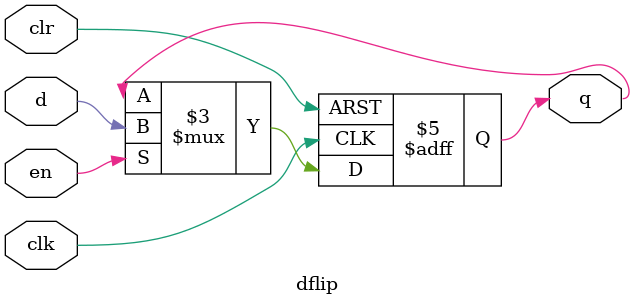
<source format=v>

module dflip(q, d, clk, en, clr);
   
   //Inputs
   input d, clk, en, clr;
   
   //Internal wire
   wire clr;

   //Output
   output q;
   
   //Register
   reg q;

   //Intialize q to 0
   initial
   begin
       q = 1'b0;
   end

   //Set value of q on positive edge of the clock or clear
   always @(posedge clk or posedge clr) begin
       //If clear is high, set q to 0
       if (clr) begin
           q <= 1'b0;
       //If enable is high, set q to the value of d
       end else if (en) begin
           q <= d;
       end
   end
	
endmodule 

</source>
